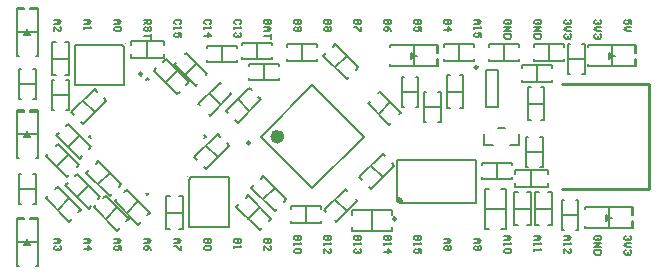
<source format=gbr>
%TF.GenerationSoftware,Altium Limited,Altium Designer,19.0.15 (446)*%
G04 Layer_Color=65535*
%FSLAX45Y45*%
%MOMM*%
%TF.FileFunction,Legend,Top*%
%TF.Part,Single*%
G01*
G75*
%TA.AperFunction,NonConductor*%
%ADD43C,0.13000*%
%ADD50C,0.25000*%
%ADD51C,0.60000*%
%ADD52C,0.10000*%
%ADD53C,0.20000*%
%ADD54C,0.15000*%
%ADD55C,0.25400*%
G36*
X13299600Y6693000D02*
X13292101Y6723000D01*
X13307100D01*
X13337100Y6693000D01*
Y6673000D01*
X13299600Y6693000D01*
D02*
G37*
D43*
X15264584Y6400800D02*
X15274580Y6390803D01*
Y6370810D01*
X15264584Y6360813D01*
X15254587D01*
X15244591Y6370810D01*
Y6380806D01*
Y6370810D01*
X15234595Y6360813D01*
X15224597D01*
X15214600Y6370810D01*
Y6390803D01*
X15224597Y6400800D01*
X15274580Y6340819D02*
X15234595D01*
X15214600Y6320826D01*
X15234595Y6300832D01*
X15274580D01*
X15264584Y6280839D02*
X15274580Y6270842D01*
Y6250849D01*
X15264584Y6240852D01*
X15254587D01*
X15244591Y6250849D01*
Y6260845D01*
Y6250849D01*
X15234595Y6240852D01*
X15224597D01*
X15214600Y6250849D01*
Y6270842D01*
X15224597Y6280839D01*
X15010583Y6360813D02*
X15020581Y6370810D01*
Y6390803D01*
X15010583Y6400800D01*
X14970596D01*
X14960600Y6390803D01*
Y6370810D01*
X14970596Y6360813D01*
X14990590D01*
Y6380806D01*
X14960600Y6340819D02*
X15020581D01*
X14960600Y6300832D01*
X15020581D01*
Y6280839D02*
X14960600D01*
Y6250849D01*
X14970596Y6240852D01*
X15010583D01*
X15020581Y6250849D01*
Y6280839D01*
X14706599Y6400800D02*
X14746587D01*
X14766582Y6380806D01*
X14746587Y6360813D01*
X14706599D01*
X14736591D01*
Y6400800D01*
X14706599Y6340819D02*
Y6320826D01*
Y6330823D01*
X14766582D01*
X14756584Y6340819D01*
X14706599Y6250849D02*
Y6290836D01*
X14746587Y6250849D01*
X14756584D01*
X14766582Y6260845D01*
Y6280839D01*
X14756584Y6290836D01*
X14452600Y6400800D02*
X14492587D01*
X14512581Y6380806D01*
X14492587Y6360813D01*
X14452600D01*
X14482590D01*
Y6400800D01*
X14452600Y6340819D02*
Y6320826D01*
Y6330823D01*
X14512581D01*
X14502583Y6340819D01*
X14452600Y6290836D02*
Y6270842D01*
Y6280839D01*
X14512581D01*
X14502583Y6290836D01*
X14198599Y6400800D02*
X14238586D01*
X14258582Y6380806D01*
X14238586Y6360813D01*
X14198599D01*
X14228590D01*
Y6400800D01*
X14198599Y6340819D02*
Y6320826D01*
Y6330823D01*
X14258582D01*
X14248584Y6340819D01*
Y6290836D02*
X14258582Y6280839D01*
Y6260845D01*
X14248584Y6250849D01*
X14208597D01*
X14198599Y6260845D01*
Y6280839D01*
X14208597Y6290836D01*
X14248584D01*
X13944600Y6375400D02*
X13984587D01*
X14004581Y6355406D01*
X13984587Y6335413D01*
X13944600D01*
X13974590D01*
Y6375400D01*
X13954597Y6315419D02*
X13944600Y6305423D01*
Y6285429D01*
X13954597Y6275432D01*
X13994585D01*
X14004581Y6285429D01*
Y6305423D01*
X13994585Y6315419D01*
X13984587D01*
X13974590Y6305423D01*
Y6275432D01*
X13690601Y6375400D02*
X13730586D01*
X13750581Y6355406D01*
X13730586Y6335413D01*
X13690601D01*
X13720590D01*
Y6375400D01*
X13740584Y6315419D02*
X13750581Y6305423D01*
Y6285429D01*
X13740584Y6275432D01*
X13730586D01*
X13720590Y6285429D01*
X13710594Y6275432D01*
X13700597D01*
X13690601Y6285429D01*
Y6305423D01*
X13700597Y6315419D01*
X13710594D01*
X13720590Y6305423D01*
X13730586Y6315419D01*
X13740584D01*
X13720590Y6305423D02*
Y6285429D01*
X13496581Y6400800D02*
X13436600D01*
Y6370810D01*
X13446597Y6360813D01*
X13456593D01*
X13466589Y6370810D01*
Y6400800D01*
Y6370810D01*
X13476587Y6360813D01*
X13486584D01*
X13496581Y6370810D01*
Y6400800D01*
X13436600Y6340819D02*
Y6320826D01*
Y6330823D01*
X13496581D01*
X13486584Y6340819D01*
X13496581Y6250849D02*
Y6290836D01*
X13466589D01*
X13476587Y6270842D01*
Y6260845D01*
X13466589Y6250849D01*
X13446597D01*
X13436600Y6260845D01*
Y6280839D01*
X13446597Y6290836D01*
X13242581Y6400800D02*
X13182600D01*
Y6370810D01*
X13192596Y6360813D01*
X13202594D01*
X13212590Y6370810D01*
Y6400800D01*
Y6370810D01*
X13222588Y6360813D01*
X13232584D01*
X13242581Y6370810D01*
Y6400800D01*
X13182600Y6340819D02*
Y6320826D01*
Y6330823D01*
X13242581D01*
X13232584Y6340819D01*
X13182600Y6260845D02*
X13242581D01*
X13212590Y6290836D01*
Y6250849D01*
X12988580Y6400800D02*
X12928600D01*
Y6370810D01*
X12938597Y6360813D01*
X12948595D01*
X12958591Y6370810D01*
Y6400800D01*
Y6370810D01*
X12968587Y6360813D01*
X12978584D01*
X12988580Y6370810D01*
Y6400800D01*
X12928600Y6340819D02*
Y6320826D01*
Y6330823D01*
X12988580D01*
X12978584Y6340819D01*
Y6290836D02*
X12988580Y6280839D01*
Y6260845D01*
X12978584Y6250849D01*
X12968587D01*
X12958591Y6260845D01*
Y6270842D01*
Y6260845D01*
X12948595Y6250849D01*
X12938597D01*
X12928600Y6260845D01*
Y6280839D01*
X12938597Y6290836D01*
X12734581Y6400800D02*
X12674600D01*
Y6370810D01*
X12684597Y6360813D01*
X12694594D01*
X12704590Y6370810D01*
Y6400800D01*
Y6370810D01*
X12714587Y6360813D01*
X12724584D01*
X12734581Y6370810D01*
Y6400800D01*
X12674600Y6340819D02*
Y6320826D01*
Y6330823D01*
X12734581D01*
X12724584Y6340819D01*
X12674600Y6250849D02*
Y6290836D01*
X12714587Y6250849D01*
X12724584D01*
X12734581Y6260845D01*
Y6280839D01*
X12724584Y6290836D01*
X12480581Y6400800D02*
X12420600D01*
Y6370810D01*
X12430597Y6360813D01*
X12440594D01*
X12450590Y6370810D01*
Y6400800D01*
Y6370810D01*
X12460587Y6360813D01*
X12470584D01*
X12480581Y6370810D01*
Y6400800D01*
X12420600Y6340819D02*
Y6320826D01*
Y6330823D01*
X12480581D01*
X12470584Y6340819D01*
Y6290836D02*
X12480581Y6280839D01*
Y6260845D01*
X12470584Y6250849D01*
X12430597D01*
X12420600Y6260845D01*
Y6280839D01*
X12430597Y6290836D01*
X12470584D01*
X12226747Y6375678D02*
X12166766D01*
Y6345687D01*
X12176763Y6335691D01*
X12186760D01*
X12196757Y6345687D01*
Y6375678D01*
Y6345687D01*
X12206753Y6335691D01*
X12216750D01*
X12226747Y6345687D01*
Y6375678D01*
X12166766Y6275710D02*
Y6315697D01*
X12206753Y6275710D01*
X12216750D01*
X12226747Y6285707D01*
Y6305700D01*
X12216750Y6315697D01*
X11972747Y6375678D02*
X11912766D01*
Y6345687D01*
X11922763Y6335691D01*
X11932760D01*
X11942757Y6345687D01*
Y6375678D01*
Y6345687D01*
X11952753Y6335691D01*
X11962750D01*
X11972747Y6345687D01*
Y6375678D01*
X11912766Y6315697D02*
Y6295703D01*
Y6305700D01*
X11972747D01*
X11962750Y6315697D01*
X11718747Y6375678D02*
X11658766D01*
Y6345687D01*
X11668763Y6335691D01*
X11678760D01*
X11688757Y6345687D01*
Y6375678D01*
Y6345687D01*
X11698753Y6335691D01*
X11708750D01*
X11718747Y6345687D01*
Y6375678D01*
X11708750Y6315697D02*
X11718747Y6305700D01*
Y6285707D01*
X11708750Y6275710D01*
X11668763D01*
X11658766Y6285707D01*
Y6305700D01*
X11668763Y6315697D01*
X11708750D01*
X11404766Y6375678D02*
X11444753D01*
X11464747Y6355684D01*
X11444753Y6335691D01*
X11404766D01*
X11434757D01*
Y6375678D01*
X11464747Y6315697D02*
Y6275710D01*
X11454750D01*
X11414763Y6315697D01*
X11404766D01*
X11150766Y6375678D02*
X11190753D01*
X11210747Y6355684D01*
X11190753Y6335691D01*
X11150766D01*
X11180757D01*
Y6375678D01*
X11210747Y6275710D02*
X11200750Y6295703D01*
X11180757Y6315697D01*
X11160763D01*
X11150766Y6305700D01*
Y6285707D01*
X11160763Y6275710D01*
X11170760D01*
X11180757Y6285707D01*
Y6315697D01*
X10896766Y6375678D02*
X10936753D01*
X10956747Y6355684D01*
X10936753Y6335691D01*
X10896766D01*
X10926757D01*
Y6375678D01*
X10956747Y6275710D02*
Y6315697D01*
X10926757D01*
X10936753Y6295703D01*
Y6285707D01*
X10926757Y6275710D01*
X10906763D01*
X10896766Y6285707D01*
Y6305700D01*
X10906763Y6315697D01*
X10388766Y6375678D02*
X10428753D01*
X10448747Y6355684D01*
X10428753Y6335691D01*
X10388766D01*
X10418757D01*
Y6375678D01*
X10438750Y6315697D02*
X10448747Y6305700D01*
Y6285707D01*
X10438750Y6275710D01*
X10428753D01*
X10418757Y6285707D01*
Y6295703D01*
Y6285707D01*
X10408760Y6275710D01*
X10398763D01*
X10388766Y6285707D01*
Y6305700D01*
X10398763Y6315697D01*
X15274580Y8189613D02*
Y8229600D01*
X15244591D01*
X15254587Y8209606D01*
Y8199610D01*
X15244591Y8189613D01*
X15224597D01*
X15214600Y8199610D01*
Y8219603D01*
X15224597Y8229600D01*
X15274580Y8169619D02*
X15234595D01*
X15214600Y8149626D01*
X15234595Y8129632D01*
X15274580D01*
X15010583Y8229600D02*
X15020581Y8219603D01*
Y8199610D01*
X15010583Y8189613D01*
X15000587D01*
X14990590Y8199610D01*
Y8209606D01*
Y8199610D01*
X14980594Y8189613D01*
X14970596D01*
X14960600Y8199610D01*
Y8219603D01*
X14970596Y8229600D01*
X15020581Y8169619D02*
X14980594D01*
X14960600Y8149626D01*
X14980594Y8129632D01*
X15020581D01*
X15010583Y8109639D02*
X15020581Y8099642D01*
Y8079649D01*
X15010583Y8069652D01*
X15000587D01*
X14990590Y8079649D01*
Y8089645D01*
Y8079649D01*
X14980594Y8069652D01*
X14970596D01*
X14960600Y8079649D01*
Y8099642D01*
X14970596Y8109639D01*
X14756584Y8229600D02*
X14766582Y8219603D01*
Y8199610D01*
X14756584Y8189613D01*
X14746587D01*
X14736591Y8199610D01*
Y8209606D01*
Y8199610D01*
X14726595Y8189613D01*
X14716597D01*
X14706599Y8199610D01*
Y8219603D01*
X14716597Y8229600D01*
X14766582Y8169619D02*
X14726595D01*
X14706599Y8149626D01*
X14726595Y8129632D01*
X14766582D01*
X14756584Y8109639D02*
X14766582Y8099642D01*
Y8079649D01*
X14756584Y8069652D01*
X14746587D01*
X14736591Y8079649D01*
Y8089645D01*
Y8079649D01*
X14726595Y8069652D01*
X14716597D01*
X14706599Y8079649D01*
Y8099642D01*
X14716597Y8109639D01*
X14502583Y8189613D02*
X14512581Y8199610D01*
Y8219603D01*
X14502583Y8229600D01*
X14462598D01*
X14452600Y8219603D01*
Y8199610D01*
X14462598Y8189613D01*
X14482590D01*
Y8209606D01*
X14452600Y8169619D02*
X14512581D01*
X14452600Y8129632D01*
X14512581D01*
Y8109639D02*
X14452600D01*
Y8079649D01*
X14462598Y8069652D01*
X14502583D01*
X14512581Y8079649D01*
Y8109639D01*
X14248584Y8189613D02*
X14258582Y8199610D01*
Y8219603D01*
X14248584Y8229600D01*
X14208597D01*
X14198599Y8219603D01*
Y8199610D01*
X14208597Y8189613D01*
X14228590D01*
Y8209606D01*
X14198599Y8169619D02*
X14258582D01*
X14198599Y8129632D01*
X14258582D01*
Y8109639D02*
X14198599D01*
Y8079649D01*
X14208597Y8069652D01*
X14248584D01*
X14258582Y8079649D01*
Y8109639D01*
X13944600Y8229600D02*
X13984587D01*
X14004581Y8209606D01*
X13984587Y8189613D01*
X13944600D01*
X13974590D01*
Y8229600D01*
X13944600Y8169619D02*
Y8149626D01*
Y8159623D01*
X14004581D01*
X13994585Y8169619D01*
X14004581Y8079649D02*
Y8119636D01*
X13974590D01*
X13984587Y8099642D01*
Y8089645D01*
X13974590Y8079649D01*
X13954597D01*
X13944600Y8089645D01*
Y8109639D01*
X13954597Y8119636D01*
X13750581Y8229600D02*
X13690601D01*
Y8199610D01*
X13700597Y8189613D01*
X13710594D01*
X13720590Y8199610D01*
Y8229600D01*
Y8199610D01*
X13730586Y8189613D01*
X13740584D01*
X13750581Y8199610D01*
Y8229600D01*
X13690601Y8139629D02*
X13750581D01*
X13720590Y8169619D01*
Y8129632D01*
X13496581Y8229600D02*
X13436600D01*
Y8199610D01*
X13446597Y8189613D01*
X13456593D01*
X13466589Y8199610D01*
Y8229600D01*
Y8199610D01*
X13476587Y8189613D01*
X13486584D01*
X13496581Y8199610D01*
Y8229600D01*
Y8129632D02*
Y8169619D01*
X13466589D01*
X13476587Y8149626D01*
Y8139629D01*
X13466589Y8129632D01*
X13446597D01*
X13436600Y8139629D01*
Y8159623D01*
X13446597Y8169619D01*
X13242581Y8229600D02*
X13182600D01*
Y8199610D01*
X13192596Y8189613D01*
X13202594D01*
X13212590Y8199610D01*
Y8229600D01*
Y8199610D01*
X13222588Y8189613D01*
X13232584D01*
X13242581Y8199610D01*
Y8229600D01*
Y8129632D02*
X13232584Y8149626D01*
X13212590Y8169619D01*
X13192596D01*
X13182600Y8159623D01*
Y8139629D01*
X13192596Y8129632D01*
X13202594D01*
X13212590Y8139629D01*
Y8169619D01*
X12988580Y8229600D02*
X12928600D01*
Y8199610D01*
X12938597Y8189613D01*
X12948595D01*
X12958591Y8199610D01*
Y8229600D01*
Y8199610D01*
X12968587Y8189613D01*
X12978584D01*
X12988580Y8199610D01*
Y8229600D01*
Y8169619D02*
Y8129632D01*
X12978584D01*
X12938597Y8169619D01*
X12928600D01*
X12734581Y8229600D02*
X12674600D01*
Y8199610D01*
X12684597Y8189613D01*
X12694594D01*
X12704590Y8199610D01*
Y8229600D01*
Y8199610D01*
X12714587Y8189613D01*
X12724584D01*
X12734581Y8199610D01*
Y8229600D01*
X12724584Y8169619D02*
X12734581Y8159623D01*
Y8139629D01*
X12724584Y8129632D01*
X12714587D01*
X12704590Y8139629D01*
X12694594Y8129632D01*
X12684597D01*
X12674600Y8139629D01*
Y8159623D01*
X12684597Y8169619D01*
X12694594D01*
X12704590Y8159623D01*
X12714587Y8169619D01*
X12724584D01*
X12704590Y8159623D02*
Y8139629D01*
X12480581Y8229600D02*
X12420600D01*
Y8199610D01*
X12430597Y8189613D01*
X12440594D01*
X12450590Y8199610D01*
Y8229600D01*
Y8199610D01*
X12460587Y8189613D01*
X12470584D01*
X12480581Y8199610D01*
Y8229600D01*
X12430597Y8169619D02*
X12420600Y8159623D01*
Y8139629D01*
X12430597Y8129632D01*
X12470584D01*
X12480581Y8139629D01*
Y8159623D01*
X12470584Y8169619D01*
X12460587D01*
X12450590Y8159623D01*
Y8129632D01*
X12226581Y8229600D02*
X12166600D01*
Y8199610D01*
X12176597Y8189613D01*
X12186594D01*
X12196590Y8199610D01*
Y8229600D01*
Y8199610D01*
X12206587Y8189613D01*
X12216584D01*
X12226581Y8199610D01*
Y8229600D01*
X12166600Y8169619D02*
X12206587D01*
X12226581Y8149626D01*
X12206587Y8129632D01*
X12166600D01*
X12196590D01*
Y8169619D01*
X12226581Y8109639D02*
Y8069652D01*
Y8089645D01*
X12166600D01*
X11962584Y8189613D02*
X11972581Y8199610D01*
Y8219603D01*
X11962584Y8229600D01*
X11922597D01*
X11912600Y8219603D01*
Y8199610D01*
X11922597Y8189613D01*
X11912600Y8169619D02*
Y8149626D01*
Y8159623D01*
X11972581D01*
X11962584Y8169619D01*
Y8119636D02*
X11972581Y8109639D01*
Y8089645D01*
X11962584Y8079649D01*
X11952587D01*
X11942590Y8089645D01*
Y8099642D01*
Y8089645D01*
X11932594Y8079649D01*
X11922597D01*
X11912600Y8089645D01*
Y8109639D01*
X11922597Y8119636D01*
X11708584Y8189613D02*
X11718581Y8199610D01*
Y8219603D01*
X11708584Y8229600D01*
X11668597D01*
X11658600Y8219603D01*
Y8199610D01*
X11668597Y8189613D01*
X11658600Y8169619D02*
Y8149626D01*
Y8159623D01*
X11718581D01*
X11708584Y8169619D01*
X11658600Y8089645D02*
X11718581D01*
X11688590Y8119636D01*
Y8079649D01*
X11454584Y8189613D02*
X11464581Y8199610D01*
Y8219603D01*
X11454584Y8229600D01*
X11414597D01*
X11404600Y8219603D01*
Y8199610D01*
X11414597Y8189613D01*
X11404600Y8169619D02*
Y8149626D01*
Y8159623D01*
X11464581D01*
X11454584Y8169619D01*
X11464581Y8079649D02*
Y8119636D01*
X11434590D01*
X11444587Y8099642D01*
Y8089645D01*
X11434590Y8079649D01*
X11414597D01*
X11404600Y8089645D01*
Y8109639D01*
X11414597Y8119636D01*
X11150600Y8229600D02*
X11210581D01*
Y8199610D01*
X11200584Y8189613D01*
X11180590D01*
X11170594Y8199610D01*
Y8229600D01*
Y8209606D02*
X11150600Y8189613D01*
X11200584Y8129632D02*
X11210581Y8139629D01*
Y8159623D01*
X11200584Y8169619D01*
X11190587D01*
X11180590Y8159623D01*
Y8139629D01*
X11170594Y8129632D01*
X11160597D01*
X11150600Y8139629D01*
Y8159623D01*
X11160597Y8169619D01*
X11210581Y8109639D02*
Y8069652D01*
Y8089645D01*
X11150600D01*
X10896600Y8229600D02*
X10936587D01*
X10956581Y8209606D01*
X10936587Y8189613D01*
X10896600D01*
X10926590D01*
Y8229600D01*
X10946584Y8169619D02*
X10956581Y8159623D01*
Y8139629D01*
X10946584Y8129632D01*
X10906597D01*
X10896600Y8139629D01*
Y8159623D01*
X10906597Y8169619D01*
X10946584D01*
X10388600Y8229600D02*
X10428587D01*
X10448581Y8209606D01*
X10428587Y8189613D01*
X10388600D01*
X10418590D01*
Y8229600D01*
X10388600Y8129632D02*
Y8169619D01*
X10428587Y8129632D01*
X10438584D01*
X10448581Y8139629D01*
Y8159623D01*
X10438584Y8169619D01*
X10642600Y8229600D02*
X10682587D01*
X10702581Y8209606D01*
X10682587Y8189613D01*
X10642600D01*
X10672590D01*
Y8229600D01*
X10642600Y8169619D02*
Y8149626D01*
Y8159623D01*
X10702581D01*
X10692584Y8169619D01*
X10642766Y6375678D02*
X10682753D01*
X10702747Y6355684D01*
X10682753Y6335691D01*
X10642766D01*
X10672757D01*
Y6375678D01*
X10642766Y6285707D02*
X10702747D01*
X10672757Y6315697D01*
Y6275710D01*
D50*
X11131932Y7769330D02*
G03*
X11131932Y7769330I-12500J0D01*
G01*
X12044564Y7185967D02*
G03*
X12044564Y7185967I-12500J0D01*
G01*
X13972000Y7825400D02*
G03*
X13972000Y7825400I-12500J0D01*
G01*
X13279601Y6543000D02*
G03*
X13279601Y6543000I-12500J0D01*
G01*
D51*
X12306015Y7239000D02*
G03*
X12306015Y7239000I-30000J0D01*
G01*
D52*
X11521700Y6904200D02*
G03*
X11521700Y6904200I-5000J0D01*
G01*
X10994600Y8028600D02*
G03*
X10994600Y8028600I-5000J0D01*
G01*
D53*
X13337100Y6678000D02*
G03*
X13292101Y6723000I-45000J0D01*
G01*
X10681025Y7239000D02*
X10695167Y7224858D01*
X10681025Y7239000D02*
X10695167Y7253142D01*
X11161858Y6758167D02*
X11176000Y6744025D01*
X11190142Y6758167D01*
X11656833Y7224858D02*
X11670975Y7239000D01*
X11656833Y7253142D02*
X11670975Y7239000D01*
X11176000Y7733975D02*
X11190142Y7719833D01*
X11161858D02*
X11176000Y7733975D01*
X12134594Y7239000D02*
X12573000Y6800594D01*
Y7677406D02*
X13011406Y7239000D01*
X12134594D02*
X12573000Y7677406D01*
Y6800594D02*
X13011406Y7239000D01*
X11526700Y6794200D02*
Y6874200D01*
X11546700Y6894200D01*
X11866700D01*
Y6474200D02*
Y6894200D01*
X11526700Y6474200D02*
X11866700D01*
X11526700D02*
Y6794200D01*
X14147000Y7490400D02*
Y7800400D01*
X14047000Y7490400D02*
Y7800400D01*
Y7490400D02*
X14147000D01*
X14047000Y7800400D02*
X14147000D01*
X10879600Y8018600D02*
X10959600D01*
X10979600Y7998600D01*
Y7678600D02*
Y7998600D01*
X10559600Y7678600D02*
X10979600D01*
X10559600D02*
Y8018600D01*
X10879600D01*
X14318201Y7169000D02*
Y7259000D01*
X14245700Y7169000D02*
X14318201D01*
X14028200D02*
Y7259000D01*
Y7169000D02*
X14100700D01*
X14143201Y7309000D02*
X14203200D01*
X13292101Y6695500D02*
Y7043000D01*
Y6695500D02*
X13314600Y6673000D01*
X13962100D01*
X13337100D02*
Y6678000D01*
X13962100Y6673000D02*
Y7043000D01*
X13292101D02*
X13962100D01*
D54*
X10160000Y6350000D02*
Y6375400D01*
X10134600Y6324600D02*
X10185400D01*
X10070000Y6350000D02*
X10250000D01*
X10185400Y6540500D02*
X10250000D01*
Y6146800D02*
Y6540500D01*
X10230000Y6146800D02*
X10250000D01*
X10070000Y6540500D02*
X10134600D01*
X10070000Y6146800D02*
Y6540500D01*
Y6146800D02*
X10090000D01*
X10185400Y6540500D02*
Y6553200D01*
X10250000D01*
Y6540500D02*
Y6553200D01*
X10070000Y6540500D02*
Y6553200D01*
X10134600D01*
Y6540500D02*
Y6553200D01*
Y6324600D02*
X10160000Y6350000D01*
X10185400Y6324600D01*
X10090000Y6794500D02*
X10230000D01*
X10090000Y6667500D02*
X10109200D01*
X10090000D02*
Y6921500D01*
X10109200D01*
X10210800D02*
X10230000D01*
Y6667500D02*
Y6921500D01*
X10210800Y6667500D02*
X10230000D01*
X13519000Y7493000D02*
X13659000D01*
X13519000Y7366000D02*
X13538200D01*
X13519000D02*
Y7620000D01*
X13538200D01*
X13639799D02*
X13659000D01*
Y7366000D02*
Y7620000D01*
X13639799Y7366000D02*
X13659000D01*
X13328500Y7620000D02*
X13468500D01*
X13328500Y7493000D02*
X13347701D01*
X13328500D02*
Y7747000D01*
X13347701D01*
X13449300D02*
X13468500D01*
Y7493000D02*
Y7747000D01*
X13449300Y7493000D02*
X13468500D01*
X11811000Y7867500D02*
Y8007500D01*
X11938000Y7867500D02*
Y7886700D01*
X11684000Y7867500D02*
X11938000D01*
X11684000D02*
Y7886700D01*
Y7988300D02*
Y8007500D01*
X11938000D01*
Y7988300D02*
Y8007500D01*
X13819501Y7480000D02*
X13849500D01*
Y7760000D01*
X13819501D02*
X13849500D01*
X13709500D02*
X13739500D01*
X13709500Y7480000D02*
Y7760000D01*
Y7480000D02*
X13739500D01*
X13709500Y7620000D02*
X13849500D01*
X12166600Y7715100D02*
Y7855100D01*
X12039600Y7835900D02*
Y7855100D01*
X12293600D01*
Y7835900D02*
Y7855100D01*
Y7715100D02*
Y7734300D01*
X12039600Y7715100D02*
X12293600D01*
X12039600D02*
Y7734300D01*
X12764803Y6704297D02*
X12863797Y6605303D01*
X12675000Y6614495D02*
X12688576Y6600918D01*
X12675000Y6614495D02*
X12854605Y6794100D01*
X12868182Y6780524D01*
X12940024Y6708682D02*
X12953600Y6695105D01*
X12773995Y6515500D02*
X12953600Y6695105D01*
X12760418Y6529076D02*
X12773995Y6515500D01*
X11444600Y6455300D02*
X11474600D01*
Y6735300D01*
X11444600D02*
X11474600D01*
X11334600D02*
X11364600D01*
X11334600Y6455300D02*
Y6735300D01*
Y6455300D02*
X11364600D01*
X11334600Y6595300D02*
X11474600D01*
X12204979Y6523660D02*
X12226192Y6544873D01*
X12028203Y6742863D02*
X12226192Y6544873D01*
X12006989Y6721649D02*
X12028203Y6742863D01*
X11929208Y6643868D02*
X11950421Y6665081D01*
X11929208Y6643868D02*
X12127197Y6445878D01*
X12148411Y6467091D01*
X12028203Y6544873D02*
X12127197Y6643868D01*
X12522200Y6508600D02*
Y6648600D01*
X12395200Y6629400D02*
Y6648600D01*
X12649200D01*
Y6629400D02*
Y6648600D01*
Y6508600D02*
Y6527800D01*
X12395200Y6508600D02*
X12649200D01*
X12395200D02*
Y6527800D01*
X10070000Y8128000D02*
X10250000D01*
X10185400Y8318500D02*
X10250000D01*
Y7924800D02*
Y8318500D01*
X10230000Y7924800D02*
X10250000D01*
X10070000Y8318500D02*
X10134600D01*
X10070000Y7924800D02*
Y8318500D01*
Y7924800D02*
X10090000D01*
X10185400Y8318500D02*
Y8331200D01*
X10250000D01*
Y8318500D02*
Y8331200D01*
X10070000Y8318500D02*
Y8331200D01*
X10134600D01*
Y8318500D02*
Y8331200D01*
X10160000Y8128000D02*
Y8153400D01*
X10134600Y8102600D02*
X10185400D01*
X10134600D02*
X10160000Y8128000D01*
X10185400Y8102600D01*
X10090000Y7683500D02*
X10230000D01*
X10210800Y7810500D02*
X10230000D01*
Y7556500D02*
Y7810500D01*
X10210800Y7556500D02*
X10230000D01*
X10090000D02*
X10109200D01*
X10090000D02*
Y7810500D01*
X10109200D01*
X10406603Y6986303D02*
X10505597Y7085297D01*
X10496405Y6896500D02*
X10509982Y6910076D01*
X10316800Y7076105D02*
X10496405Y6896500D01*
X10316800Y7076105D02*
X10330376Y7089682D01*
X10402218Y7161524D02*
X10415795Y7175100D01*
X10595400Y6995495D01*
X10581824Y6981918D02*
X10595400Y6995495D01*
X10134600Y7451500D02*
Y7464200D01*
X10070000D02*
X10134600D01*
X10070000Y7451500D02*
Y7464200D01*
X10250000Y7451500D02*
Y7464200D01*
X10185400D02*
X10250000D01*
X10185400Y7451500D02*
Y7464200D01*
X10070000Y7057800D02*
X10090000D01*
X10070000D02*
Y7451500D01*
X10134600D01*
X10230000Y7057800D02*
X10250000D01*
Y7451500D01*
X10185400D02*
X10250000D01*
X10070000Y7261000D02*
X10250000D01*
X10160000D02*
Y7286400D01*
X10134600Y7235600D02*
X10185400D01*
X10134600D02*
X10160000Y7261000D01*
X10185400Y7235600D01*
X11698003Y7605997D02*
X11796997Y7507003D01*
X11608200Y7516195D02*
X11621776Y7502618D01*
X11608200Y7516195D02*
X11787805Y7695800D01*
X11801382Y7682224D01*
X11873224Y7610382D02*
X11886800Y7596805D01*
X11707195Y7417200D02*
X11886800Y7596805D01*
X11693618Y7430776D02*
X11707195Y7417200D01*
X13133102Y7430803D02*
X13232097Y7529797D01*
X13222905Y7341000D02*
X13236482Y7354576D01*
X13043300Y7520605D02*
X13222905Y7341000D01*
X13043300Y7520605D02*
X13056876Y7534182D01*
X13128719Y7606024D02*
X13142294Y7619600D01*
X13321899Y7439995D01*
X13308324Y7426418D02*
X13321899Y7439995D01*
X10369400Y7594600D02*
X10509400D01*
X10490200Y7721600D02*
X10509400D01*
Y7467600D02*
Y7721600D01*
X10490200Y7467600D02*
X10509400D01*
X10369400D02*
X10388600D01*
X10369400D02*
Y7721600D01*
X10388600D01*
X11494803Y7761003D02*
X11593797Y7859997D01*
X11490418Y7936224D02*
X11503995Y7949800D01*
X11683600Y7770195D01*
X11670024Y7756618D02*
X11683600Y7770195D01*
X11584605Y7671200D02*
X11598182Y7684776D01*
X11405000Y7850805D02*
X11584605Y7671200D01*
X11405000Y7850805D02*
X11418576Y7864382D01*
X10592079Y6596789D02*
X10613292Y6618003D01*
X10415303Y6815992D02*
X10613292Y6618003D01*
X10394089Y6794779D02*
X10415303Y6815992D01*
X10316308Y6716997D02*
X10337521Y6738211D01*
X10316308Y6716997D02*
X10514297Y6519008D01*
X10535511Y6540221D01*
X10415303Y6618003D02*
X10514297Y6716997D01*
X14395900Y7658400D02*
X14425900D01*
X14395900Y7378400D02*
Y7658400D01*
Y7378400D02*
X14425900D01*
X14505901D02*
X14535899D01*
Y7658400D01*
X14505901D02*
X14535899D01*
X14395900Y7518400D02*
X14535899D01*
X11316000Y8015600D02*
Y8045600D01*
X11036000D02*
X11316000D01*
X11036000Y8015600D02*
Y8045600D01*
Y7905600D02*
Y7935600D01*
Y7905600D02*
X11316000D01*
Y7935600D01*
X11176000Y7905600D02*
Y8045600D01*
X10369400Y8039400D02*
X10399400D01*
X10369400Y7759400D02*
Y8039400D01*
Y7759400D02*
X10399400D01*
X10479400D02*
X10509400D01*
Y8039400D01*
X10479400D02*
X10509400D01*
X10369400Y7899400D02*
X10509400D01*
X12103100Y7892900D02*
Y8032900D01*
X11976100Y8013700D02*
Y8032900D01*
X12230100D01*
Y8013700D02*
Y8032900D01*
Y7892900D02*
Y7912100D01*
X11976100Y7892900D02*
X12230100D01*
X11976100D02*
Y7912100D01*
X14478000Y7702400D02*
Y7842400D01*
X14350999Y7823200D02*
Y7842400D01*
X14605000D01*
Y7823200D02*
Y7842400D01*
Y7702400D02*
Y7721600D01*
X14350999Y7702400D02*
X14605000D01*
X14350999D02*
Y7721600D01*
X14382600Y7112000D02*
X14522600D01*
X14503400Y7239000D02*
X14522600D01*
Y6985000D02*
Y7239000D01*
X14503400Y6985000D02*
X14522600D01*
X14382600D02*
X14401801D01*
X14382600D02*
Y7239000D01*
X14401801D01*
X10722708Y6640797D02*
X10743921Y6662011D01*
X10722708Y6640797D02*
X10920697Y6442808D01*
X10941911Y6464021D01*
X10998479Y6520589D02*
X11019692Y6541803D01*
X10821703Y6739792D02*
X11019692Y6541803D01*
X10800489Y6718579D02*
X10821703Y6739792D01*
Y6541803D02*
X10920697Y6640797D01*
X14579601Y7880200D02*
Y8020200D01*
X14706599Y7880200D02*
Y7899400D01*
X14452600Y7880200D02*
X14706599D01*
X14452600D02*
Y7899400D01*
Y8001000D02*
Y8020200D01*
X14706599D01*
Y8001000D02*
Y8020200D01*
X12484100Y7880200D02*
Y8020200D01*
X12611100Y7880200D02*
Y7899400D01*
X12357100Y7880200D02*
X12611100D01*
X12357100D02*
Y7899400D01*
Y8001000D02*
Y8020200D01*
X12611100D01*
Y8001000D02*
Y8020200D01*
X15087601Y6553200D02*
X15113000D01*
X15062199Y6527800D02*
Y6578600D01*
X15087601Y6463200D02*
Y6643200D01*
X15278101Y6463200D02*
Y6527800D01*
X14884399Y6463200D02*
X15278101D01*
X14884399D02*
Y6483200D01*
X15278101Y6578600D02*
Y6643200D01*
X14884399D02*
X15278101D01*
X14884399Y6623200D02*
Y6643200D01*
X15278101Y6527800D02*
X15290800D01*
Y6463200D02*
Y6527800D01*
X15278101Y6463200D02*
X15290800D01*
X15278101Y6643200D02*
X15290800D01*
Y6578600D02*
Y6643200D01*
X15278101Y6578600D02*
X15290800D01*
X15062199D02*
X15087601Y6553200D01*
X15062199Y6527800D02*
X15087601Y6553200D01*
X15303500Y7950200D02*
X15316200D01*
Y8014800D01*
X15303500D02*
X15316200D01*
X15303500Y7834800D02*
X15316200D01*
Y7899400D01*
X15303500D02*
X15316200D01*
X14909801Y7994800D02*
Y8014800D01*
X15303500D01*
Y7950200D02*
Y8014800D01*
X14909801Y7834800D02*
Y7854800D01*
Y7834800D02*
X15303500D01*
Y7899400D01*
X15113000Y7834800D02*
Y8014800D01*
Y7924800D02*
X15138400D01*
X15087601Y7899400D02*
Y7950200D01*
X15113000Y7924800D01*
X15087601Y7899400D02*
X15113000Y7924800D01*
X14682861Y6578600D02*
X14822862D01*
X14682861Y6451600D02*
X14702061D01*
X14682861D02*
Y6705600D01*
X14702061D01*
X14803662D02*
X14822862D01*
Y6451600D02*
Y6705600D01*
X14803662Y6451600D02*
X14822862D01*
X14738200Y7899400D02*
X14878200D01*
X14738200Y7772400D02*
X14757401D01*
X14738200D02*
Y8026400D01*
X14757401D01*
X14859000D02*
X14878200D01*
Y7772400D02*
Y8026400D01*
X14859000Y7772400D02*
X14878200D01*
X14135100Y6876900D02*
Y7016900D01*
X14008099Y6997700D02*
Y7016900D01*
X14262100D01*
Y6997700D02*
Y7016900D01*
Y6876900D02*
Y6896100D01*
X14008099Y6876900D02*
X14262100D01*
X14008099D02*
Y6896100D01*
X14198599Y7880200D02*
Y8020200D01*
X14071600Y8001000D02*
Y8020200D01*
X14325600D01*
Y8001000D02*
Y8020200D01*
Y7880200D02*
Y7899400D01*
X14071600Y7880200D02*
X14325600D01*
X14071600D02*
Y7899400D01*
X11651389Y6984721D02*
X11672603Y6963508D01*
X11870592Y7161497D01*
X11849379Y7182711D02*
X11870592Y7161497D01*
X11771597Y7260492D02*
X11792811Y7239279D01*
X11573608Y7062503D02*
X11771597Y7260492D01*
X11573608Y7062503D02*
X11594821Y7041289D01*
X11672603Y7161497D02*
X11771597Y7062503D01*
X11506479Y7676289D02*
X11527692Y7697503D01*
X11329703Y7895492D02*
X11527692Y7697503D01*
X11308489Y7874279D02*
X11329703Y7895492D01*
X11230708Y7796497D02*
X11251921Y7817711D01*
X11230708Y7796497D02*
X11428697Y7598508D01*
X11449911Y7619721D01*
X11329703Y7697502D02*
X11428697Y7796498D01*
X10900508Y6691597D02*
X10921721Y6712811D01*
X10900508Y6691597D02*
X11098497Y6493608D01*
X11119711Y6514821D01*
X11176279Y6571389D02*
X11197492Y6592603D01*
X10999503Y6790592D02*
X11197492Y6592603D01*
X10978289Y6769379D02*
X10999503Y6790592D01*
Y6592603D02*
X11098497Y6691597D01*
X10757179Y6707135D02*
X10778392Y6728348D01*
X10580403Y6926338D02*
X10778392Y6728348D01*
X10559189Y6905125D02*
X10580403Y6926338D01*
X10481408Y6827343D02*
X10502621Y6848556D01*
X10481408Y6827343D02*
X10679397Y6629353D01*
X10700611Y6650566D01*
X10580403Y6728348D02*
X10679397Y6827343D01*
X10730197Y7641492D02*
X10751411Y7620279D01*
X10532207Y7443503D02*
X10730197Y7641492D01*
X10532207Y7443503D02*
X10553421Y7422289D01*
X10609989Y7365721D02*
X10631203Y7344508D01*
X10829193Y7542497D01*
X10807979Y7563711D02*
X10829193Y7542497D01*
X10631203Y7542497D02*
X10730197Y7443503D01*
X13081000Y6437800D02*
Y6617800D01*
X12911000Y6437800D02*
Y6477800D01*
Y6437800D02*
X13250999D01*
Y6477800D01*
Y6577800D02*
Y6617800D01*
X12911000D02*
X13250999D01*
X12911000Y6577800D02*
Y6617800D01*
X14032401Y6629400D02*
X14212399D01*
X14032401Y6799400D02*
X14072400D01*
X14032401Y6459400D02*
Y6799400D01*
Y6459400D02*
X14072400D01*
X14172400D02*
X14212399D01*
Y6799400D01*
X14172400D02*
X14212399D01*
X10659208Y6932897D02*
X10680421Y6954111D01*
X10659208Y6932897D02*
X10857197Y6734908D01*
X10878411Y6756121D01*
X10934979Y6812689D02*
X10956192Y6833903D01*
X10758203Y7031892D02*
X10956192Y6833903D01*
X10736989Y7010679D02*
X10758203Y7031892D01*
Y6833903D02*
X10857197Y6932897D01*
X10680979Y7130189D02*
X10702192Y7151403D01*
X10504203Y7349392D02*
X10702192Y7151403D01*
X10482989Y7328179D02*
X10504203Y7349392D01*
X10405208Y7250397D02*
X10426421Y7271611D01*
X10405208Y7250397D02*
X10603197Y7052408D01*
X10624411Y7073621D01*
X10504203Y7151403D02*
X10603197Y7250397D01*
X12038297Y7654192D02*
X12059511Y7632979D01*
X11840308Y7456203D02*
X12038297Y7654192D01*
X11840308Y7456203D02*
X11861521Y7434989D01*
X11918089Y7378421D02*
X11939303Y7357208D01*
X12137292Y7555197D01*
X12116079Y7576411D02*
X12137292Y7555197D01*
X11939303D02*
X12038297Y7456203D01*
X13048389Y6816371D02*
X13069603Y6795157D01*
X13267592Y6993147D01*
X13246379Y7014361D02*
X13267592Y6993147D01*
X13168597Y7092142D02*
X13189812Y7070929D01*
X12970609Y6894152D02*
X13168597Y7092142D01*
X12970609Y6894152D02*
X12991821Y6872939D01*
X13069603Y6993147D02*
X13168597Y6894152D01*
X12056208Y6805897D02*
X12077421Y6827111D01*
X12056208Y6805897D02*
X12254197Y6607908D01*
X12275411Y6629121D01*
X12331979Y6685689D02*
X12353192Y6706903D01*
X12155203Y6904892D02*
X12353192Y6706903D01*
X12133989Y6883679D02*
X12155203Y6904892D01*
Y6706903D02*
X12254197Y6805897D01*
X12941579Y7803289D02*
X12962791Y7824503D01*
X12764803Y8022492D02*
X12962791Y7824503D01*
X12743589Y8001279D02*
X12764803Y8022492D01*
X12665808Y7923497D02*
X12687021Y7944711D01*
X12665808Y7923497D02*
X12863797Y7725508D01*
X12885011Y7746721D01*
X12764803Y7824503D02*
X12863797Y7923497D01*
X13627100Y7950200D02*
X13639799D01*
Y8014800D01*
X13627100D02*
X13639799D01*
X13627100Y7834800D02*
X13639799D01*
Y7899400D01*
X13627100D02*
X13639799D01*
X13233400Y7994800D02*
Y8014800D01*
X13627100D01*
Y7950200D02*
Y8014800D01*
X13233400Y7834800D02*
Y7854800D01*
Y7834800D02*
X13627100D01*
Y7899400D01*
X13436600Y7834800D02*
Y8014800D01*
Y7924800D02*
X13462000D01*
X13411200Y7899400D02*
Y7950200D01*
X13436600Y7924800D01*
X13411200Y7899400D02*
X13436600Y7924800D01*
X14287199Y6813400D02*
Y6843400D01*
Y6813400D02*
X14567200D01*
Y6843400D01*
Y6923400D02*
Y6953400D01*
X14287199D02*
X14567200D01*
X14287199Y6923400D02*
Y6953400D01*
X14427200Y6813400D02*
Y6953400D01*
X13817599Y7880200D02*
Y8020200D01*
X13690601Y8001000D02*
Y8020200D01*
X13944600D01*
Y8001000D02*
Y8020200D01*
Y7880200D02*
Y7899400D01*
X13690601Y7880200D02*
X13944600D01*
X13690601D02*
Y7899400D01*
X14281000Y6769400D02*
X14311000D01*
X14281000Y6489400D02*
Y6769400D01*
Y6489400D02*
X14311000D01*
X14391000D02*
X14421001D01*
Y6769400D01*
X14391000D02*
X14421001D01*
X14281000Y6629400D02*
X14421001D01*
X14458800Y6769400D02*
X14488800D01*
X14458800Y6489400D02*
Y6769400D01*
Y6489400D02*
X14488800D01*
X14568800D02*
X14598801D01*
Y6769400D01*
X14568800D02*
X14598801D01*
X14458800Y6629400D02*
X14598801D01*
D55*
X15419749Y7239000D02*
Y7686000D01*
Y6792000D02*
Y7239000D01*
X14684750Y6792000D02*
X15419749D01*
X14684750Y7686000D02*
X15419749D01*
%TF.MD5,3a0dd61d4769d1fb84c0d7b8607c30c9*%
M02*

</source>
